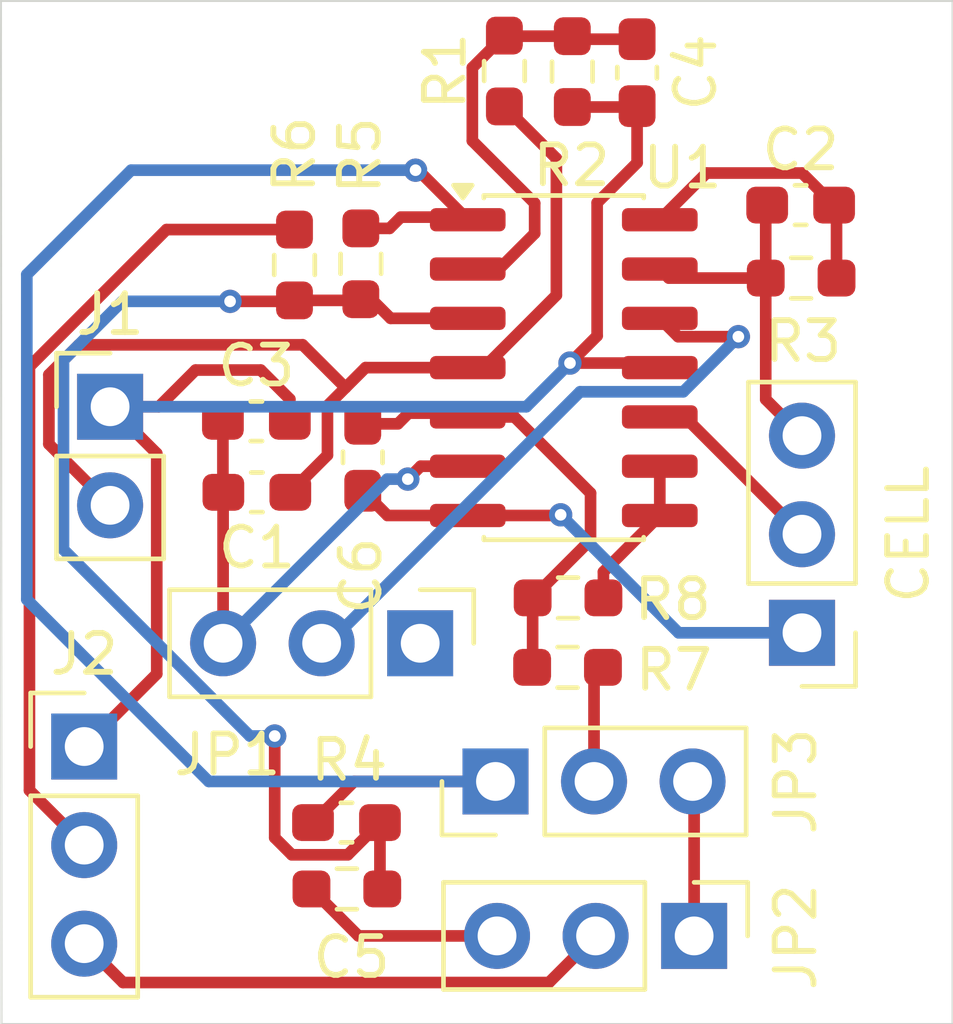
<source format=kicad_pcb>
(kicad_pcb (version 20241229) (generator "pcbnew") (generator_version "9.0")
  (layers (0 "F.Cu" signal) (2 "B.Cu" signal) (13 "F.Paste" user) (15 "B.Paste" user) (5 "F.SilkS" user "F.Silkscreen") (7 "B.SilkS" user "B.Silkscreen") (1 "F.Mask" user) (3 "B.Mask" user) (25 "Edge.Cuts" user))
  (net 0 "")
  (net 1 "VCC")
  (net 2 "/Vmidpoint")
  (net 3 "/WE")
  (net 4 "/TIA_OUT")
  (net 5 "VEE")
  (net 6 "/Voffset")
  (net 7 "Net-(JP3-A)")
  (net 8 "Net-(U1A-+)")
  (net 9 "Net-(U1B-+)")
  (net 10 "/CE")
  (net 11 "Net-(J2-Pin_2)")
  (net 12 "Net-(J2-Pin_3)")
  (net 13 "GND")
  (net 14 "Net-(JP1-C)")
  (net 15 "Net-(JP2-B)")
  (net 16 "Net-(JP2-A)")
  (net 17 "/Ve_cell_ref")
  (net 18 "Net-(U1C--)")
  (net 19 "/RE")
  (footprint "Connector_PinHeader_2.54mm:PinHeader_1x03_P2.54mm_Vertical" (layer "F.Cu") (at 161.3 97.38 180)
    (property "Reference" "CELL" (at -2.74 2.54 90) (layer "F.SilkS"))
    (property "Value" "~")
    (fp_line (start 1.38 1.27) (end 1.38 6.46) (stroke (width 0.12)) (layer "F.SilkS"))
    (fp_line (start -1.38 6.46) (end 1.38 6.46) (stroke (width 0.12)) (layer "F.SilkS"))
    (fp_line (start -1.38 1.27) (end 1.38 1.27) (stroke (width 0.12)) (layer "F.SilkS"))
    (fp_line (start -1.38 1.27) (end -1.38 6.46) (stroke (width 0.12)) (layer "F.SilkS"))
    (fp_line (start -1.38 0) (end -1.38 -1.38) (stroke (width 0.12)) (layer "F.SilkS"))
    (fp_line (start -1.38 -1.38) (end 0 -1.38) (stroke (width 0.12)) (layer "F.SilkS"))
    (pad "1" thru_hole rect (at 0 0 180) (size 1.7 1.7) (drill 1) (layers "*.Cu" "*.Mask") (net 10 "/CE"))
    (pad "2" thru_hole circle (at 0 2.54 180) (size 1.7 1.7) (drill 1) (layers "*.Cu" "*.Mask") (net 19 "/RE"))
    (pad "3" thru_hole circle (at 0 5.08 180) (size 1.7 1.7) (drill 1) (layers "*.Cu" "*.Mask") (net 3 "/WE"))
  )
  (footprint "Capacitor_SMD:C_0603_1608Metric_Pad1.08x0.95mm_HandSolder" (layer "F.Cu") (at 147.2375 91.93)
    (property "Reference" "C3" (at 0 -1.43 0) (layer "F.SilkS"))
    (property "Value" "1u" (hide yes))
    (fp_line (start -0.146267 -0.51) (end 0.146267 -0.51) (stroke (width 0.12)) (layer "F.SilkS"))
    (fp_line (start -0.146267 0.51) (end 0.146267 0.51) (stroke (width 0.12)) (layer "F.SilkS"))
    (pad "1" smd roundrect (at -0.8625 0) (size 1.075 0.95) (layers "F.Cu" "F.Mask" "F.Paste") (net 2 "/Vmidpoint"))
    (pad "2" smd roundrect (at 0.8625 0) (size 1.075 0.95) (layers "F.Cu" "F.Mask" "F.Paste") (net 5 "VEE"))
  )
  (footprint "Resistor_SMD:R_0603_1608Metric_Pad0.98x0.95mm_HandSolder" (layer "F.Cu") (at 148.22 87.9025 -90)
    (property "Reference" "R5" (at -2.8225 -1.69 90) (layer "F.SilkS"))
    (property "Value" "10k" (hide yes))
    (fp_line (start -0.254724 0.5225) (end 0.254724 0.5225) (stroke (width 0.12)) (layer "F.SilkS"))
    (fp_line (start -0.254724 -0.5225) (end 0.254724 -0.5225) (stroke (width 0.12)) (layer "F.SilkS"))
    (pad "1" smd roundrect (at -0.9125 0 270) (size 0.975 0.95) (layers "F.Cu" "F.Mask" "F.Paste") (net 11 "Net-(J2-Pin_2)"))
    (pad "2" smd roundrect (at 0.9125 0 270) (size 0.975 0.95) (layers "F.Cu" "F.Mask" "F.Paste") (net 8 "Net-(U1A-+)"))
  )
  (footprint "Capacitor_SMD:C_0603_1608Metric_Pad1.08x0.95mm_HandSolder" (layer "F.Cu") (at 157.05 82.9475 -90)
    (property "Reference" "C4" (at -0.0075 -1.51 90) (layer "F.SilkS"))
    (property "Value" "1u" (hide yes))
    (fp_line (start -0.146267 0.51) (end 0.146267 0.51) (stroke (width 0.12)) (layer "F.SilkS"))
    (fp_line (start -0.146267 -0.51) (end 0.146267 -0.51) (stroke (width 0.12)) (layer "F.SilkS"))
    (pad "1" smd roundrect (at -0.8625 0 270) (size 1.075 0.95) (layers "F.Cu" "F.Mask" "F.Paste") (net 6 "/Voffset"))
    (pad "2" smd roundrect (at 0.8625 0 270) (size 1.075 0.95) (layers "F.Cu" "F.Mask" "F.Paste") (net 5 "VEE"))
  )
  (footprint "Package_SO:SOIC-14_3.9x8.7mm_P1.27mm" (layer "F.Cu") (at 155.16 90.5475)
    (property "Reference" "U1" (at 3.06 -5.1475 0) (layer "F.SilkS"))
    (property "Value" "LMC6484")
    (fp_line (start -2.06 -4.435) (end 2.06 -4.435) (stroke (width 0.12)) (layer "F.SilkS"))
    (fp_line (start -2.06 -4.37) (end -2.06 -4.435) (stroke (width 0.12)) (layer "F.SilkS"))
    (fp_line (start -2.06 4.435) (end -2.06 4.37) (stroke (width 0.12)) (layer "F.SilkS"))
    (fp_line (start 2.06 -4.435) (end 2.06 -4.37) (stroke (width 0.12)) (layer "F.SilkS"))
    (fp_line (start 2.06 4.37) (end 2.06 4.435) (stroke (width 0.12)) (layer "F.SilkS"))
    (fp_line (start 2.06 4.435) (end -2.06 4.435) (stroke (width 0.12)) (layer "F.SilkS"))
    (fp_poly (pts (xy -2.6 -4.37) (xy -2.84 -4.7) (xy -2.36 -4.7)) (stroke (width 0.12)) (fill yes) (layer "F.SilkS"))
    (pad "1" smd roundrect (at -2.475 -3.81) (size 1.95 0.6) (layers "F.Cu" "F.Mask" "F.Paste") (net 7 "Net-(JP3-A)"))
    (pad "2" smd roundrect (at -2.475 -2.54) (size 1.95 0.6) (layers "F.Cu" "F.Mask" "F.Paste") (net 6 "/Voffset"))
    (pad "3" smd roundrect (at -2.475 -1.27) (size 1.95 0.6) (layers "F.Cu" "F.Mask" "F.Paste") (net 8 "Net-(U1A-+)"))
    (pad "4" smd roundrect (at -2.475 0) (size 1.95 0.6) (layers "F.Cu" "F.Mask" "F.Paste") (net 1 "VCC"))
    (pad "5" smd roundrect (at -2.475 1.27) (size 1.95 0.6) (layers "F.Cu" "F.Mask" "F.Paste") (net 9 "Net-(U1B-+)"))
    (pad "6" smd roundrect (at -2.475 2.54) (size 1.95 0.6) (layers "F.Cu" "F.Mask" "F.Paste") (net 2 "/Vmidpoint"))
    (pad "7" smd roundrect (at -2.475 3.81) (size 1.95 0.6) (layers "F.Cu" "F.Mask" "F.Paste") (net 10 "/CE"))
    (pad "8" smd roundrect (at 2.475 3.81) (size 1.95 0.6) (layers "F.Cu" "F.Mask" "F.Paste") (net 18 "Net-(U1C--)"))
    (pad "9" smd roundrect (at 2.475 2.54) (size 1.95 0.6) (layers "F.Cu" "F.Mask" "F.Paste") (net 18 "Net-(U1C--)"))
    (pad "10" smd roundrect (at 2.475 1.27) (size 1.95 0.6) (layers "F.Cu" "F.Mask" "F.Paste") (net 19 "/RE"))
    (pad "11" smd roundrect (at 2.475 0) (size 1.95 0.6) (layers "F.Cu" "F.Mask" "F.Paste") (net 5 "VEE"))
    (pad "12" smd roundrect (at 2.475 -1.27) (size 1.95 0.6) (layers "F.Cu" "F.Mask" "F.Paste") (net 14 "Net-(JP1-C)"))
    (pad "13" smd roundrect (at 2.475 -2.54) (size 1.95 0.6) (layers "F.Cu" "F.Mask" "F.Paste") (net 3 "/WE"))
    (pad "14" smd roundrect (at 2.475 -3.81) (size 1.95 0.6) (layers "F.Cu" "F.Mask" "F.Paste") (net 4 "/TIA_OUT"))
  )
  (footprint "Connector_PinHeader_2.54mm:PinHeader_1x03_P2.54mm_Vertical" (layer "F.Cu") (at 153.4 101.21 90)
    (property "Reference" "JP3" (at 0 7.74 90) (layer "F.SilkS"))
    (property "Value" "Jumper_3_Open" (hide yes))
    (fp_line (start -1.38 -1.38) (end 0 -1.38) (stroke (width 0.12)) (layer "F.SilkS"))
    (fp_line (start -1.38 0) (end -1.38 -1.38) (stroke (width 0.12)) (layer "F.SilkS"))
    (fp_line (start 1.38 1.27) (end 1.38 6.46) (stroke (width 0.12)) (layer "F.SilkS"))
    (fp_line (start -1.38 1.27) (end 1.38 1.27) (stroke (width 0.12)) (layer "F.SilkS"))
    (fp_line (start -1.38 1.27) (end -1.38 6.46) (stroke (width 0.12)) (layer "F.SilkS"))
    (fp_line (start -1.38 6.46) (end 1.38 6.46) (stroke (width 0.12)) (layer "F.SilkS"))
    (pad "1" thru_hole rect (at 0 0 90) (size 1.7 1.7) (drill 1) (layers "*.Cu" "*.Mask") (net 7 "Net-(JP3-A)"))
    (pad "2" thru_hole circle (at 0 2.54 90) (size 1.7 1.7) (drill 1) (layers "*.Cu" "*.Mask") (net 17 "/Ve_cell_ref"))
    (pad "3" thru_hole circle (at 0 5.08 90) (size 1.7 1.7) (drill 1) (layers "*.Cu" "*.Mask") (net 16 "Net-(JP2-A)"))
  )
  (footprint "Capacitor_SMD:C_0603_1608Metric_Pad1.08x0.95mm_HandSolder" (layer "F.Cu") (at 147.25 93.76 180)
    (property "Reference" "C1" (at 0 -1.43 0) (layer "F.SilkS"))
    (property "Value" "1u" (hide yes))
    (fp_line (start -0.146267 0.51) (end 0.146267 0.51) (stroke (width 0.12)) (layer "F.SilkS"))
    (fp_line (start -0.146267 -0.51) (end 0.146267 -0.51) (stroke (width 0.12)) (layer "F.SilkS"))
    (pad "1" smd roundrect (at -0.8625 0 180) (size 1.075 0.95) (layers "F.Cu" "F.Mask" "F.Paste") (net 1 "VCC"))
    (pad "2" smd roundrect (at 0.8625 0 180) (size 1.075 0.95) (layers "F.Cu" "F.Mask" "F.Paste") (net 2 "/Vmidpoint"))
  )
  (footprint "Capacitor_SMD:C_0603_1608Metric_Pad1.08x0.95mm_HandSolder" (layer "F.Cu") (at 149.98 92.8575 -90)
    (property "Reference" "C6" (at 3.0525 0.05 90) (layer "F.SilkS"))
    (property "Value" "330p" (hide yes))
    (fp_line (start -0.146267 0.51) (end 0.146267 0.51) (stroke (width 0.12)) (layer "F.SilkS"))
    (fp_line (start -0.146267 -0.51) (end 0.146267 -0.51) (stroke (width 0.12)) (layer "F.SilkS"))
    (pad "1" smd roundrect (at -0.8625 0 270) (size 1.075 0.95) (layers "F.Cu" "F.Mask" "F.Paste") (net 9 "Net-(U1B-+)"))
    (pad "2" smd roundrect (at 0.8625 0 270) (size 1.075 0.95) (layers "F.Cu" "F.Mask" "F.Paste") (net 10 "/CE"))
  )
  (footprint "Resistor_SMD:R_0603_1608Metric_Pad0.98x0.95mm_HandSolder" (layer "F.Cu") (at 155.2575 98.27 180)
    (property "Reference" "R7" (at -2.74 -0.07 0) (layer "F.SilkS"))
    (property "Value" "10k" (hide yes))
    (fp_line (start -0.254724 0.5225) (end 0.254724 0.5225) (stroke (width 0.12)) (layer "F.SilkS"))
    (fp_line (start -0.254724 -0.5225) (end 0.254724 -0.5225) (stroke (width 0.12)) (layer "F.SilkS"))
    (pad "1" smd roundrect (at -0.9125 0 180) (size 0.975 0.95) (layers "F.Cu" "F.Mask" "F.Paste") (net 17 "/Ve_cell_ref"))
    (pad "2" smd roundrect (at 0.9125 0 180) (size 0.975 0.95) (layers "F.Cu" "F.Mask" "F.Paste") (net 9 "Net-(U1B-+)"))
  )
  (footprint "Resistor_SMD:R_0603_1608Metric_Pad0.98x0.95mm_HandSolder" (layer "F.Cu") (at 149.57 103.98)
    (property "Reference" "R4" (at 0.06 -3.32 0) (layer "F.SilkS"))
    (property "Value" "10k" (hide yes))
    (fp_line (start -0.254724 -0.5225) (end 0.254724 -0.5225) (stroke (width 0.12)) (layer "F.SilkS"))
    (fp_line (start -0.254724 0.5225) (end 0.254724 0.5225) (stroke (width 0.12)) (layer "F.SilkS"))
    (pad "1" smd roundrect (at -0.9125 0) (size 0.975 0.95) (layers "F.Cu" "F.Mask" "F.Paste") (net 15 "Net-(JP2-B)"))
    (pad "2" smd roundrect (at 0.9125 0) (size 0.975 0.95) (layers "F.Cu" "F.Mask" "F.Paste") (net 8 "Net-(U1A-+)"))
  )
  (footprint "Resistor_SMD:R_0603_1608Metric_Pad0.98x0.95mm_HandSolder" (layer "F.Cu") (at 161.2775 88.24)
    (property "Reference" "R3" (at 0.0525 1.63 0) (layer "F.SilkS"))
    (property "Value" "66M" (hide yes))
    (fp_line (start -0.254724 -0.5225) (end 0.254724 -0.5225) (stroke (width 0.12)) (layer "F.SilkS"))
    (fp_line (start -0.254724 0.5225) (end 0.254724 0.5225) (stroke (width 0.12)) (layer "F.SilkS"))
    (pad "1" smd roundrect (at -0.9125 0) (size 0.975 0.95) (layers "F.Cu" "F.Mask" "F.Paste") (net 3 "/WE"))
    (pad "2" smd roundrect (at 0.9125 0) (size 0.975 0.95) (layers "F.Cu" "F.Mask" "F.Paste") (net 4 "/TIA_OUT"))
  )
  (footprint "Resistor_SMD:R_0603_1608Metric_Pad0.98x0.95mm_HandSolder" (layer "F.Cu") (at 155.38 82.92 90)
    (property "Reference" "R2" (at -2.42 -0.02 180) (layer "F.SilkS"))
    (property "Value" "10k" (hide yes))
    (fp_line (start -0.254724 -0.5225) (end 0.254724 -0.5225) (stroke (width 0.12)) (layer "F.SilkS"))
    (fp_line (start -0.254724 0.5225) (end 0.254724 0.5225) (stroke (width 0.12)) (layer "F.SilkS"))
    (pad "1" smd roundrect (at -0.9125 0 90) (size 0.975 0.95) (layers "F.Cu" "F.Mask" "F.Paste") (net 5 "VEE"))
    (pad "2" smd roundrect (at 0.9125 0 90) (size 0.975 0.95) (layers "F.Cu" "F.Mask" "F.Paste") (net 6 "/Voffset"))
  )
  (footprint "Connector_PinHeader_2.54mm:PinHeader_1x03_P2.54mm_Vertical" (layer "F.Cu") (at 142.8 100.31)
    (property "Reference" "J2" (at 0 -2.38 0) (layer "F.SilkS"))
    (property "Value" "Conn_01x03" (hide yes))
    (fp_line (start -1.38 -1.38) (end 0 -1.38) (stroke (width 0.12)) (layer "F.SilkS"))
    (fp_line (start -1.38 0) (end -1.38 -1.38) (stroke (width 0.12)) (layer "F.SilkS"))
    (fp_line (start -1.38 1.27) (end -1.38 6.46) (stroke (width 0.12)) (layer "F.SilkS"))
    (fp_line (start -1.38 1.27) (end 1.38 1.27) (stroke (width 0.12)) (layer "F.SilkS"))
    (fp_line (start -1.38 6.46) (end 1.38 6.46) (stroke (width 0.12)) (layer "F.SilkS"))
    (fp_line (start 1.38 1.27) (end 1.38 6.46) (stroke (width 0.12)) (layer "F.SilkS"))
    (pad "1" thru_hole rect (at 0 0) (size 1.7 1.7) (drill 1) (layers "*.Cu" "*.Mask") (net 5 "VEE"))
    (pad "2" thru_hole circle (at 0 2.54) (size 1.7 1.7) (drill 1) (layers "*.Cu" "*.Mask") (net 11 "Net-(J2-Pin_2)"))
    (pad "3" thru_hole circle (at 0 5.08) (size 1.7 1.7) (drill 1) (layers "*.Cu" "*.Mask") (net 12 "Net-(J2-Pin_3)"))
  )
  (footprint "Capacitor_SMD:C_0603_1608Metric_Pad1.08x0.95mm_HandSolder" (layer "F.Cu") (at 149.56 102.27 180)
    (property "Reference" "C5" (at -0.13 -3.47 0) (layer "F.SilkS"))
    (property "Value" "470p" (hide yes))
    (fp_line (start -0.146267 0.51) (end 0.146267 0.51) (stroke (width 0.12)) (layer "F.SilkS"))
    (fp_line (start -0.146267 -0.51) (end 0.146267 -0.51) (stroke (width 0.12)) (layer "F.SilkS"))
    (pad "1" smd roundrect (at -0.8625 0 180) (size 1.075 0.95) (layers "F.Cu" "F.Mask" "F.Paste") (net 8 "Net-(U1A-+)"))
    (pad "2" smd roundrect (at 0.8625 0 180) (size 1.075 0.95) (layers "F.Cu" "F.Mask" "F.Paste") (net 7 "Net-(JP3-A)"))
  )
  (footprint "Connector_PinHeader_2.54mm:PinHeader_1x03_P2.54mm_Vertical" (layer "F.Cu") (at 158.52 105.19 -90)
    (property "Reference" "JP2" (at 0.03 -2.62 90) (layer "F.SilkS"))
    (property "Value" "Jumper_3_Open" (hide yes))
    (fp_line (start -1.38 6.46) (end 1.38 6.46) (stroke (width 0.12)) (layer "F.SilkS"))
    (fp_line (start -1.38 1.27) (end -1.38 6.46) (stroke (width 0.12)) (layer "F.SilkS"))
    (fp_line (start -1.38 1.27) (end 1.38 1.27) (stroke (width 0.12)) (layer "F.SilkS"))
    (fp_line (start 1.38 1.27) (end 1.38 6.46) (stroke (width 0.12)) (layer "F.SilkS"))
    (fp_line (start -1.38 0) (end -1.38 -1.38) (stroke (width 0.12)) (layer "F.SilkS"))
    (fp_line (start -1.38 -1.38) (end 0 -1.38) (stroke (width 0.12)) (layer "F.SilkS"))
    (pad "1" thru_hole rect (at 0 0 270) (size 1.7 1.7) (drill 1) (layers "*.Cu" "*.Mask") (net 16 "Net-(JP2-A)"))
    (pad "2" thru_hole circle (at 0 2.54 270) (size 1.7 1.7) (drill 1) (layers "*.Cu" "*.Mask") (net 12 "Net-(J2-Pin_3)"))
    (pad "3" thru_hole circle (at 0 5.08 270) (size 1.7 1.7) (drill 1) (layers "*.Cu" "*.Mask") (net 15 "Net-(JP2-B)"))
  )
  (footprint "Resistor_SMD:R_0603_1608Metric_Pad0.98x0.95mm_HandSolder" (layer "F.Cu") (at 149.93 87.8725 90)
    (property "Reference" "R6" (at 2.8125 -1.71 90) (layer "F.SilkS"))
    (property "Value" "15k" (hide yes))
    (fp_line (start -0.254724 -0.5225) (end 0.254724 -0.5225) (stroke (width 0.12)) (layer "F.SilkS"))
    (fp_line (start -0.254724 0.5225) (end 0.254724 0.5225) (stroke (width 0.12)) (layer "F.SilkS"))
    (pad "1" smd roundrect (at -0.9125 0 90) (size 0.975 0.95) (layers "F.Cu" "F.Mask" "F.Paste") (net 8 "Net-(U1A-+)"))
    (pad "2" smd roundrect (at 0.9125 0 90) (size 0.975 0.95) (layers "F.Cu" "F.Mask" "F.Paste") (net 7 "Net-(JP3-A)"))
  )
  (footprint "Capacitor_SMD:C_0603_1608Metric_Pad1.08x0.95mm_HandSolder" (layer "F.Cu") (at 161.265 86.36)
    (property "Reference" "C2" (at 0 -1.43 0) (layer "F.SilkS"))
    (property "Value" "24p" (hide yes))
    (fp_line (start -0.146267 -0.51) (end 0.146267 -0.51) (stroke (width 0.12)) (layer "F.SilkS"))
    (fp_line (start -0.146267 0.51) (end 0.146267 0.51) (stroke (width 0.12)) (layer "F.SilkS"))
    (pad "1" smd roundrect (at -0.8625 0) (size 1.075 0.95) (layers "F.Cu" "F.Mask" "F.Paste") (net 3 "/WE"))
    (pad "2" smd roundrect (at 0.8625 0) (size 1.075 0.95) (layers "F.Cu" "F.Mask" "F.Paste") (net 4 "/TIA_OUT"))
  )
  (footprint "Connector_PinHeader_2.54mm:PinHeader_1x03_P2.54mm_Vertical" (layer "F.Cu") (at 151.46 97.65 -90)
    (property "Reference" "JP1" (at 2.87 4.97 180) (layer "F.SilkS"))
    (property "Value" "Jumper_3_Open" (hide yes))
    (fp_line (start -1.38 6.46) (end 1.38 6.46) (stroke (width 0.12)) (layer "F.SilkS"))
    (fp_line (start -1.38 1.27) (end -1.38 6.46) (stroke (width 0.12)) (layer "F.SilkS"))
    (fp_line (start -1.38 1.27) (end 1.38 1.27) (stroke (width 0.12)) (layer "F.SilkS"))
    (fp_line (start 1.38 1.27) (end 1.38 6.46) (stroke (width 0.12)) (layer "F.SilkS"))
    (fp_line (start -1.38 0) (end -1.38 -1.38) (stroke (width 0.12)) (layer "F.SilkS"))
    (fp_line (start -1.38 -1.38) (end 0 -1.38) (stroke (width 0.12)) (layer "F.SilkS"))
    (pad "1" thru_hole rect (at 0 0 270) (size 1.7 1.7) (drill 1) (layers "*.Cu" "*.Mask") (net 13 "GND"))
    (pad "2" thru_hole circle (at 0 2.54 270) (size 1.7 1.7) (drill 1) (layers "*.Cu" "*.Mask") (net 14 "Net-(JP1-C)"))
    (pad "3" thru_hole circle (at 0 5.08 270) (size 1.7 1.7) (drill 1) (layers "*.Cu" "*.Mask") (net 2 "/Vmidpoint"))
  )
  (footprint "Resistor_SMD:R_0603_1608Metric_Pad0.98x0.95mm_HandSolder" (layer "F.Cu") (at 155.27 96.48 180)
    (property "Reference" "R8" (at -2.7 -0.04 0) (layer "F.SilkS"))
    (property "Value" "10k" (hide yes))
    (fp_line (start -0.254724 0.5225) (end 0.254724 0.5225) (stroke (width 0.12)) (layer "F.SilkS"))
    (fp_line (start -0.254724 -0.5225) (end 0.254724 -0.5225) (stroke (width 0.12)) (layer "F.SilkS"))
    (pad "1" smd roundrect (at -0.9125 0 180) (size 0.975 0.95) (layers "F.Cu" "F.Mask" "F.Paste") (net 18 "Net-(U1C--)"))
    (pad "2" smd roundrect (at 0.9125 0 180) (size 0.975 0.95) (layers "F.Cu" "F.Mask" "F.Paste") (net 9 "Net-(U1B-+)"))
  )
  (footprint "Connector_PinHeader_2.54mm:PinHeader_1x02_P2.54mm_Vertical" (layer "F.Cu") (at 143.4675 91.555)
    (property "Reference" "J1" (at 0 -2.38 0) (layer "F.SilkS"))
    (property "Value" "Conn_01x02" (hide yes))
    (fp_line (start -1.38 -1.38) (end 0 -1.38) (stroke (width 0.12)) (layer "F.SilkS"))
    (fp_line (start -1.38 0) (end -1.38 -1.38) (stroke (width 0.12)) (layer "F.SilkS"))
    (fp_line (start -1.38 1.27) (end -1.38 3.92) (stroke (width 0.12)) (layer "F.SilkS"))
    (fp_line (start -1.38 1.27) (end 1.38 1.27) (stroke (width 0.12)) (layer "F.SilkS"))
    (fp_line (start -1.38 3.92) (end 1.38 3.92) (stroke (width 0.12)) (layer "F.SilkS"))
    (fp_line (start 1.38 1.27) (end 1.38 3.92) (stroke (width 0.12)) (layer "F.SilkS"))
    (pad "1" thru_hole rect (at 0 0) (size 1.7 1.7) (drill 1) (layers "*.Cu" "*.Mask") (net 5 "VEE"))
    (pad "2" thru_hole circle (at 0 2.54) (size 1.7 1.7) (drill 1) (layers "*.Cu" "*.Mask") (net 1 "VCC"))
  )
  (footprint "Resistor_SMD:R_0603_1608Metric_Pad0.98x0.95mm_HandSolder" (layer "F.Cu") (at 153.63 82.905 -90)
    (property "Reference" "R1" (at 0.005 1.53 90) (layer "F.SilkS"))
    (property "Value" "10k" (hide yes))
    (fp_line (start -0.254724 0.5225) (end 0.254724 0.5225) (stroke (width 0.12)) (layer "F.SilkS"))
    (fp_line (start -0.254724 -0.5225) (end 0.254724 -0.5225) (stroke (width 0.12)) (layer "F.SilkS"))
    (pad "1" smd roundrect (at -0.9125 0 270) (size 0.975 0.95) (layers "F.Cu" "F.Mask" "F.Paste") (net 6 "/Voffset"))
    (pad "2" smd roundrect (at 0.9125 0 270) (size 0.975 0.95) (layers "F.Cu" "F.Mask" "F.Paste") (net 1 "VCC"))
  )
  (gr_line (start 165.18 107.46) (end 140.67 107.46) (stroke (width 0.05)) (layer "Edge.Cuts"))
  (gr_line (start 140.655 81.1) (end 165.165 81.1) (stroke (width 0.05)) (layer "Edge.Cuts"))
  (gr_line (start 165.18 81.1) (end 165.18 107.46) (stroke (width 0.05)) (layer "Edge.Cuts"))
  (gr_line (start 140.67 107.46) (end 140.655 81.1) (stroke (width 0.05)) (layer "Edge.Cuts"))
  (segment (start 148.43 89.96) (end 149.534327 91.064327) (width 0.3) (layer "F.Cu") (net 1))
  (segment (start 154.97 88.680178) (end 154.97 85.1575) (width 0.3) (layer "F.Cu") (net 1))
  (segment (start 149.534327 91.064327) (end 150.051154 90.5475) (width 0.3) (layer "F.Cu") (net 1))
  (segment (start 152.685 90.5475) (end 153.102678 90.5475) (width 0.3) (layer "F.Cu") (net 1))
  (segment (start 149.07 91.528654) (end 149.534327 91.064327) (width 0.3) (layer "F.Cu") (net 1))
  (segment (start 149.07 92.8025) (end 149.07 91.528654) (width 0.3) (layer "F.Cu") (net 1))
  (segment (start 143.4675 94.095) (end 141.89 92.5175) (width 0.3) (layer "F.Cu") (net 1))
  (segment (start 150.051154 90.5475) (end 152.685 90.5475) (width 0.3) (layer "F.Cu") (net 1))
  (segment (start 141.89 90.73) (end 142.66 89.96) (width 0.3) (layer "F.Cu") (net 1))
  (segment (start 154.97 85.1575) (end 153.63 83.8175) (width 0.3) (layer "F.Cu") (net 1))
  (segment (start 153.102678 90.5475) (end 154.97 88.680178) (width 0.3) (layer "F.Cu") (net 1))
  (segment (start 142.66 89.96) (end 148.43 89.96) (width 0.3) (layer "F.Cu") (net 1))
  (segment (start 141.89 92.5175) (end 141.89 90.73) (width 0.3) (layer "F.Cu") (net 1))
  (segment (start 148.1125 93.76) (end 149.07 92.8025) (width 0.3) (layer "F.Cu") (net 1))
  (segment (start 152.685 93.0875) (end 151.4725 93.0875) (width 0.3) (layer "F.Cu") (net 2))
  (segment (start 153.659999 93.0875) (end 152.685 93.0875) (width 0.3) (layer "F.Cu") (net 2))
  (segment (start 146.3875 93.9475) (end 146.38 93.955) (width 0.3) (layer "F.Cu") (net 2))
  (segment (start 146.38 93.955) (end 146.38 97.65) (width 0.3) (layer "F.Cu") (net 2))
  (segment (start 146.3875 93.76) (end 146.3875 93.9475) (width 0.3) (layer "F.Cu") (net 2))
  (segment (start 146.375 91.93) (end 146.375 93.7475) (width 0.3) (layer "F.Cu") (net 2))
  (segment (start 146.375 93.7475) (end 146.3875 93.76) (width 0.3) (layer "F.Cu") (net 2))
  (segment (start 151.4725 93.0875) (end 151.14 93.42) (width 0.3) (layer "F.Cu") (net 2))
  (via (at 151.14 93.42) (size 0.6) (drill 0.3) (layers "F.Cu" "B.Cu") (net 2))
  (segment (start 150.61 93.42) (end 146.38 97.65) (width 0.3) (layer "B.Cu") (net 2))
  (segment (start 151.14 93.42) (end 150.61 93.42) (width 0.3) (layer "B.Cu") (net 2))
  (segment (start 160.365 88.24) (end 157.8675 88.24) (width 0.3) (layer "F.Cu") (net 3))
  (segment (start 160.365 88.24) (end 160.365 91.365) (width 0.3) (layer "F.Cu") (net 3))
  (segment (start 157.8675 88.24) (end 157.635 88.0075) (width 0.3) (layer "F.Cu") (net 3))
  (segment (start 160.365 86.3975) (end 160.4025 86.36) (width 0.3) (layer "F.Cu") (net 3))
  (segment (start 160.365 91.365) (end 161.3 92.3) (width 0.3) (layer "F.Cu") (net 3))
  (segment (start 160.365 88.24) (end 160.365 86.3975) (width 0.3) (layer "F.Cu") (net 3))
  (segment (start 158.8385 85.534) (end 161.3015 85.534) (width 0.3) (layer "F.Cu") (net 4))
  (segment (start 162.19 88.24) (end 162.19 86.4225) (width 0.3) (layer "F.Cu") (net 4))
  (segment (start 161.3015 85.534) (end 162.1275 86.36) (width 0.3) (layer "F.Cu") (net 4))
  (segment (start 162.19 86.4225) (end 162.1275 86.36) (width 0.3) (layer "F.Cu") (net 4))
  (segment (start 157.635 86.7375) (end 158.8385 85.534) (width 0.3) (layer "F.Cu") (net 4))
  (segment (start 157.0275 83.8325) (end 157.05 83.81) (width 0.3) (layer "F.Cu") (net 5))
  (segment (start 148.1 91.36) (end 148.1 91.93) (width 0.3) (layer "F.Cu") (net 5))
  (segment (start 155.32 90.43) (end 156.02 89.73) (width 0.3) (layer "F.Cu") (net 5))
  (segment (start 143.4675 91.555) (end 144.725 91.555) (width 0.3) (layer "F.Cu") (net 5))
  (segment (start 144.725 91.555) (end 145.67 90.61) (width 0.3) (layer "F.Cu") (net 5))
  (segment (start 156.02 89.73) (end 156.02 86.3) (width 0.3) (layer "F.Cu") (net 5))
  (segment (start 144.67 92.7575) (end 144.67 98.44) (width 0.3) (layer "F.Cu") (net 5))
  (segment (start 143.4675 91.555) (end 144.67 92.7575) (width 0.3) (layer "F.Cu") (net 5))
  (segment (start 157.05 85.27) (end 157.05 83.81) (width 0.3) (layer "F.Cu") (net 5))
  (segment (start 156.02 86.3) (end 157.05 85.27) (width 0.3) (layer "F.Cu") (net 5))
  (segment (start 144.67 98.44) (end 142.8 100.31) (width 0.3) (layer "F.Cu") (net 5))
  (segment (start 155.38 83.8325) (end 157.0275 83.8325) (width 0.3) (layer "F.Cu") (net 5))
  (segment (start 155.32 90.43) (end 157.5175 90.43) (width 0.3) (layer "F.Cu") (net 5))
  (segment (start 145.67 90.61) (end 147.35 90.61) (width 0.3) (layer "F.Cu") (net 5))
  (segment (start 157.5175 90.43) (end 157.635 90.5475) (width 0.3) (layer "F.Cu") (net 5))
  (segment (start 147.35 90.61) (end 148.1 91.36) (width 0.3) (layer "F.Cu") (net 5))
  (via (at 155.32 90.43) (size 0.6) (drill 0.3) (layers "F.Cu" "B.Cu") (net 5))
  (segment (start 154.195 91.555) (end 155.32 90.43) (width 0.3) (layer "B.Cu") (net 5))
  (segment (start 143.4675 91.555) (end 154.195 91.555) (width 0.3) (layer "B.Cu") (net 5))
  (segment (start 154.41 87.09) (end 154.41 86.31) (width 0.3) (layer "F.Cu") (net 6))
  (segment (start 152.685 88.0075) (end 153.4925 88.0075) (width 0.3) (layer "F.Cu") (net 6))
  (segment (start 153.645 82.0075) (end 153.63 81.9925) (width 0.3) (layer "F.Cu") (net 6))
  (segment (start 154.41 86.31) (end 152.804 84.704) (width 0.3) (layer "F.Cu") (net 6))
  (segment (start 155.38 82.0075) (end 153.645 82.0075) (width 0.3) (layer "F.Cu") (net 6))
  (segment (start 155.4575 82.085) (end 155.38 82.0075) (width 0.3) (layer "F.Cu") (net 6))
  (segment (start 152.804 84.704) (end 152.804 82.8185) (width 0.3) (layer "F.Cu") (net 6))
  (segment (start 157.05 82.085) (end 155.4575 82.085) (width 0.3) (layer "F.Cu") (net 6))
  (segment (start 153.4925 88.0075) (end 154.41 87.09) (width 0.3) (layer "F.Cu") (net 6))
  (segment (start 152.804 82.8185) (end 153.63 81.9925) (width 0.3) (layer "F.Cu") (net 6))
  (segment (start 149.93 86.96) (end 150.67 86.96) (width 0.3) (layer "F.Cu") (net 7))
  (segment (start 151.34 85.46) (end 151.4075 85.46) (width 0.3) (layer "F.Cu") (net 7))
  (segment (start 152.6175 86.67) (end 152.685 86.7375) (width 0.3) (layer "F.Cu") (net 7))
  (segment (start 150.67 86.96) (end 150.96 86.67) (width 0.3) (layer "F.Cu") (net 7))
  (segment (start 149.7575 101.21) (end 153.4 101.21) (width 0.3) (layer "F.Cu") (net 7))
  (segment (start 150.96 86.67) (end 152.6175 86.67) (width 0.3) (layer "F.Cu") (net 7))
  (segment (start 148.6975 102.27) (end 149.7575 101.21) (width 0.3) (layer "F.Cu") (net 7))
  (segment (start 151.4075 85.46) (end 152.685 86.7375) (width 0.3) (layer "F.Cu") (net 7))
  (via (at 151.34 85.46) (size 0.6) (drill 0.3) (layers "F.Cu" "B.Cu") (net 7))
  (segment (start 141.321 88.149) (end 144.01 85.46) (width 0.3) (layer "B.Cu") (net 7))
  (segment (start 146.01 101.21) (end 141.321 96.521) (width 0.3) (layer "B.Cu") (net 7))
  (segment (start 141.321 96.521) (end 141.321 88.149) (width 0.3) (layer "B.Cu") (net 7))
  (segment (start 144.01 85.46) (end 151.34 85.46) (width 0.3) (layer "B.Cu") (net 7))
  (segment (start 153.4 101.21) (end 146.01 101.21) (width 0.3) (layer "B.Cu") (net 7))
  (segment (start 146.56 88.84) (end 148.195 88.84) (width 0.3) (layer "F.Cu") (net 8))
  (segment (start 148.22 88.815) (end 149.9 88.815) (width 0.3) (layer "F.Cu") (net 8))
  (segment (start 148.151154 103.1) (end 147.71 102.658846) (width 0.3) (layer "F.Cu") (net 8))
  (segment (start 150.4225 102.27) (end 150.4225 103.92) (width 0.3) (layer "F.Cu") (net 8))
  (segment (start 148.195 88.84) (end 148.22 88.815) (width 0.3) (layer "F.Cu") (net 8))
  (segment (start 150.6975 89.2775) (end 152.685 89.2775) (width 0.3) (layer "F.Cu") (net 8))
  (segment (start 147.71 102.658846) (end 147.71 100.04) (width 0.3) (layer "F.Cu") (net 8))
  (segment (start 150.4225 102.27) (end 149.5925 103.1) (width 0.3) (layer "F.Cu") (net 8))
  (segment (start 150.205 88.785) (end 150.6975 89.2775) (width 0.3) (layer "F.Cu") (net 8))
  (segment (start 150.4225 103.92) (end 150.4825 103.98) (width 0.3) (layer "F.Cu") (net 8))
  (segment (start 149.5925 103.1) (end 148.151154 103.1) (width 0.3) (layer "F.Cu") (net 8))
  (segment (start 149.9 88.815) (end 149.93 88.785) (width 0.3) (layer "F.Cu") (net 8))
  (segment (start 149.93 88.785) (end 150.205 88.785) (width 0.3) (layer "F.Cu") (net 8))
  (via (at 147.71 100.04) (size 0.6) (drill 0.3) (layers "F.Cu" "B.Cu") (net 8))
  (via (at 146.56 88.84) (size 0.6) (drill 0.3) (layers "F.Cu" "B.Cu") (net 8))
  (segment (start 147.71 100.04) (end 147.071529 100.04) (width 0.3) (layer "B.Cu") (net 8))
  (segment (start 142.2665 90.354) (end 143.7805 88.84) (width 0.3) (layer "B.Cu") (net 8))
  (segment (start 143.7805 88.84) (end 146.56 88.84) (width 0.3) (layer "B.Cu") (net 8))
  (segment (start 147.071529 100.04) (end 142.2665 95.234971) (width 0.3) (layer "B.Cu") (net 8))
  (segment (start 142.2665 95.234971) (end 142.2665 90.354) (width 0.3) (layer "B.Cu") (net 8))
  (segment (start 152.685 91.8175) (end 153.8875 91.8175) (width 0.3) (layer "F.Cu") (net 9))
  (segment (start 152.5875 91.72) (end 152.685 91.8175) (width 0.3) (layer "F.Cu") (net 9))
  (segment (start 154.3575 96.48) (end 154.3575 98.2575) (width 0.3) (layer "F.Cu") (net 9))
  (segment (start 151.16 91.72) (end 152.5875 91.72) (width 0.3) (layer "F.Cu") (net 9))
  (segment (start 155.85 93.78) (end 155.85 94.9875) (width 0.3) (layer "F.Cu") (net 9))
  (segment (start 150.885 91.995) (end 151.16 91.72) (width 0.3) (layer "F.Cu") (net 9))
  (segment (start 149.98 91.995) (end 150.885 91.995) (width 0.3) (layer "F.Cu") (net 9))
  (segment (start 155.85 94.9875) (end 154.3575 96.48) (width 0.3) (layer "F.Cu") (net 9))
  (segment (start 154.3575 98.2575) (end 154.345 98.27) (width 0.3) (layer "F.Cu") (net 9))
  (segment (start 153.8875 91.8175) (end 155.85 93.78) (width 0.3) (layer "F.Cu") (net 9))
  (segment (start 155.0625 94.3575) (end 155.08 94.34) (width 0.3) (layer "F.Cu") (net 10))
  (segment (start 149.98 93.72) (end 150.6175 94.3575) (width 0.3) (layer "F.Cu") (net 10))
  (segment (start 152.685 94.3575) (end 155.0625 94.3575) (width 0.3) (layer "F.Cu") (net 10))
  (segment (start 150.6175 94.3575) (end 152.685 94.3575) (width 0.3) (layer "F.Cu") (net 10))
  (via (at 155.08 94.34) (size 0.6) (drill 0.3) (layers "F.Cu" "B.Cu") (net 10))
  (segment (start 158.12 97.38) (end 161.3 97.38) (width 0.3) (layer "B.Cu") (net 10))
  (segment (start 155.08 94.34) (end 158.12 97.38) (width 0.3) (layer "B.Cu") (net 10))
  (segment (start 141.389 101.439) (end 141.389 90.522479) (width 0.3) (layer "F.Cu") (net 11))
  (segment (start 141.389 90.522479) (end 144.921479 86.99) (width 0.3) (layer "F.Cu") (net 11))
  (segment (start 144.921479 86.99) (end 148.22 86.99) (width 0.3) (layer "F.Cu") (net 11))
  (segment (start 142.8 102.85) (end 141.389 101.439) (width 0.3) (layer "F.Cu") (net 11))
  (segment (start 154.779 106.391) (end 155.98 105.19) (width 0.3) (layer "F.Cu") (net 12))
  (segment (start 143.801 106.391) (end 154.779 106.391) (width 0.3) (layer "F.Cu") (net 12))
  (segment (start 142.8 105.39) (end 143.801 106.391) (width 0.3) (layer "F.Cu") (net 12))
  (segment (start 159.66 89.75) (end 158.1075 89.75) (width 0.3) (layer "F.Cu") (net 14))
  (segment (start 158.1075 89.75) (end 157.635 89.2775) (width 0.3) (layer "F.Cu") (net 14))
  (via (at 159.66 89.75) (size 0.6) (drill 0.3) (layers "F.Cu" "B.Cu") (net 14))
  (segment (start 155.58 91.17) (end 158.24 91.17) (width 0.3) (layer "B.Cu") (net 14))
  (segment (start 148.92 97.65) (end 149.1 97.65) (width 0.3) (layer "B.Cu") (net 14))
  (segment (start 149.1 97.65) (end 155.58 91.17) (width 0.3) (layer "B.Cu") (net 14))
  (segment (start 158.24 91.17) (end 159.66 89.75) (width 0.3) (layer "B.Cu") (net 14))
  (segment (start 153.44 105.19) (end 149.8675 105.19) (width 0.3) (layer "F.Cu") (net 15))
  (segment (start 149.8675 105.19) (end 148.6575 103.98) (width 0.3) (layer "F.Cu") (net 15))
  (segment (start 158.52 101.25) (end 158.48 101.21) (width 0.3) (layer "F.Cu") (net 16))
  (segment (start 158.52 105.19) (end 158.52 101.25) (width 0.3) (layer "F.Cu") (net 16))
  (segment (start 155.94 101.21) (end 155.94 98.5) (width 0.3) (layer "F.Cu") (net 17))
  (segment (start 155.94 98.5) (end 156.17 98.27) (width 0.3) (layer "F.Cu") (net 17))
  (segment (start 156.1825 95.81) (end 157.635 94.3575) (width 0.3) (layer "F.Cu") (net 18))
  (segment (start 157.635 93.0875) (end 157.635 94.3575) (width 0.3) (layer "F.Cu") (net 18))
  (segment (start 156.1825 96.48) (end 156.1825 95.81) (width 0.3) (layer "F.Cu") (net 18))
  (segment (start 157.635 91.8175) (end 158.2775 91.8175) (width 0.3) (layer "F.Cu") (net 19))
  (segment (start 158.2775 91.8175) (end 161.3 94.84) (width 0.3) (layer "F.Cu") (net 19))
)
</source>
